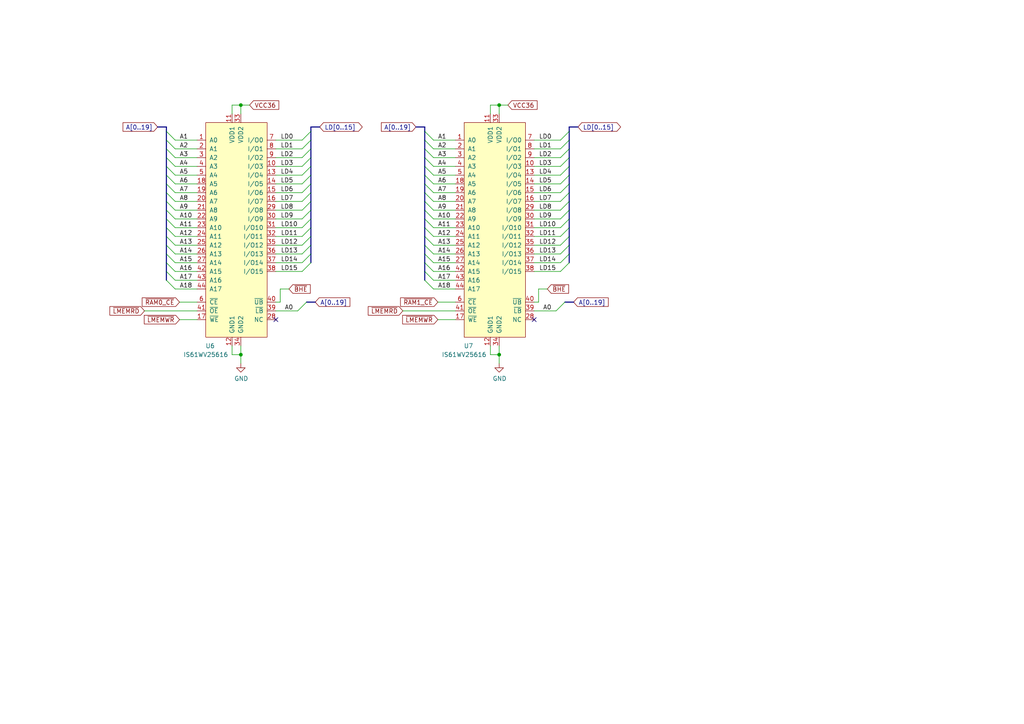
<source format=kicad_sch>
(kicad_sch (version 20230121) (generator eeschema)
  (paper "A4")
  (title_block (title "Mini8086 main system board") (rev "2.1"))
  (lib_symbols
    (symbol "main-rescue:IS61WV25616-Mini8086" (pin_names (offset 1.016))
      (property "Reference" "U" (at 0 33.02 0))
      (property "Value" "Mini8086_IS61WV25616" (at 0 35.56 0))
      (symbol "IS61WV25616-Mini8086_0_1"
        (rectangle (start -8.89 27.94) (end 8.89 -34.29) (fill (type background)))
      )
      (symbol "IS61WV25616-Mini8086_1_1"
        (pin input line (at -11.43 22.86 0) (length 2.54) (name "A0") (number "1"))
        (pin bidirectional line (at 11.43 15.24 180) (length 2.54) (name "I/O3") (number "10"))
        (pin power_in line (at -1.27 30.48 270) (length 2.54) (name "VDD1") (number "11"))
        (pin power_in line (at -1.27 -36.83 90) (length 2.54) (name "GND1") (number "12"))
        (pin bidirectional line (at 11.43 12.7 180) (length 2.54) (name "I/O4") (number "13"))
        (pin bidirectional line (at 11.43 10.16 180) (length 2.54) (name "I/O5") (number "14"))
        (pin bidirectional line (at 11.43 7.62 180) (length 2.54) (name "I/O6") (number "15"))
        (pin bidirectional line (at 11.43 5.08 180) (length 2.54) (name "I/O7") (number "16"))
        (pin input line (at -11.43 -29.21 0) (length 2.54) (name "~{WE}") (number "17"))
        (pin input line (at -11.43 10.16 0) (length 2.54) (name "A5") (number "18"))
        (pin input line (at -11.43 7.62 0) (length 2.54) (name "A6") (number "19"))
        (pin input line (at -11.43 20.32 0) (length 2.54) (name "A1") (number "2"))
        (pin input line (at -11.43 5.08 0) (length 2.54) (name "A7") (number "20"))
        (pin input line (at -11.43 2.54 0) (length 2.54) (name "A8") (number "21"))
        (pin input line (at -11.43 0 0) (length 2.54) (name "A9") (number "22"))
        (pin input line (at -11.43 -2.54 0) (length 2.54) (name "A10") (number "23"))
        (pin input line (at -11.43 -5.08 0) (length 2.54) (name "A11") (number "24"))
        (pin input line (at -11.43 -7.62 0) (length 2.54) (name "A12") (number "25"))
        (pin input line (at -11.43 -10.16 0) (length 2.54) (name "A13") (number "26"))
        (pin input line (at -11.43 -12.7 0) (length 2.54) (name "A14") (number "27"))
        (pin no_connect line (at 11.43 -29.21 180) (length 2.54) (name "NC") (number "28"))
        (pin bidirectional line (at 11.43 2.54 180) (length 2.54) (name "I/O8") (number "29"))
        (pin input line (at -11.43 17.78 0) (length 2.54) (name "A2") (number "3"))
        (pin bidirectional line (at 11.43 0 180) (length 2.54) (name "I/O9") (number "30"))
        (pin bidirectional line (at 11.43 -2.54 180) (length 2.54) (name "I/O10") (number "31"))
        (pin bidirectional line (at 11.43 -5.08 180) (length 2.54) (name "I/O11") (number "32"))
        (pin power_in line (at 1.27 30.48 270) (length 2.54) (name "VDD2") (number "33"))
        (pin power_in line (at 1.27 -36.83 90) (length 2.54) (name "GND2") (number "34"))
        (pin bidirectional line (at 11.43 -7.62 180) (length 2.54) (name "I/O12") (number "35"))
        (pin bidirectional line (at 11.43 -10.16 180) (length 2.54) (name "I/O13") (number "36"))
        (pin bidirectional line (at 11.43 -12.7 180) (length 2.54) (name "I/O14") (number "37"))
        (pin bidirectional line (at 11.43 -15.24 180) (length 2.54) (name "I/O15") (number "38"))
        (pin input line (at 11.43 -26.67 180) (length 2.54) (name "~{LB}") (number "39"))
        (pin input line (at -11.43 15.24 0) (length 2.54) (name "A3") (number "4"))
        (pin input line (at 11.43 -24.13 180) (length 2.54) (name "~{UB}") (number "40"))
        (pin input line (at -11.43 -26.67 0) (length 2.54) (name "~{OE}") (number "41"))
        (pin input line (at -11.43 -15.24 0) (length 2.54) (name "A15") (number "42"))
        (pin input line (at -11.43 -17.78 0) (length 2.54) (name "A16") (number "43"))
        (pin input line (at -11.43 -20.32 0) (length 2.54) (name "A17") (number "44"))
        (pin input line (at -11.43 12.7 0) (length 2.54) (name "A4") (number "5"))
        (pin input line (at -11.43 -24.13 0) (length 2.54) (name "~{CE}") (number "6"))
        (pin bidirectional line (at 11.43 22.86 180) (length 2.54) (name "I/O0") (number "7"))
        (pin bidirectional line (at 11.43 20.32 180) (length 2.54) (name "I/O1") (number "8"))
        (pin bidirectional line (at 11.43 17.78 180) (length 2.54) (name "I/O2") (number "9"))
      )
    )
    (symbol "power:GND" (power) (pin_names (offset 0))
      (property "Value" "GND" (at 0 -3.81 0))
      (symbol "GND_0_1"
        (polyline (pts (xy 0 0) (xy 0 -1.27) (xy 1.27 -1.27) (xy 0 -2.54) (xy -1.27 -1.27) (xy 0 -1.27)))
      )
      (symbol "GND_1_1"
        (pin power_in line (at 0 0 270) (length 0) hide (name "GND") (number "1"))
      )
    )
  )
  (junction (at 144.78 30.48))
  (junction (at 69.85 102.87))
  (junction (at 144.78 102.87))
  (junction (at 69.85 30.48))
  (no_connect (at 154.94 92.71))
  (no_connect (at 80.01 92.71))
  (bus_entry (at 87.63 78.74) (size 2.54 -2.54))
  (bus_entry (at 125.73 48.26) (size -2.54 -2.54))
  (bus_entry (at 87.63 66.04) (size 2.54 -2.54))
  (bus_entry (at 87.63 73.66) (size 2.54 -2.54))
  (bus_entry (at 87.63 43.18) (size 2.54 -2.54))
  (bus_entry (at 50.8 53.34) (size -2.54 -2.54))
  (bus_entry (at 162.56 45.72) (size 2.54 -2.54))
  (bus_entry (at 50.8 76.2) (size -2.54 -2.54))
  (bus_entry (at 50.8 83.82) (size -2.54 -2.54))
  (bus_entry (at 162.56 40.64) (size 2.54 -2.54))
  (bus_entry (at 50.8 63.5) (size -2.54 -2.54))
  (bus_entry (at 162.56 66.04) (size 2.54 -2.54))
  (bus_entry (at 125.73 53.34) (size -2.54 -2.54))
  (bus_entry (at 125.73 43.18) (size -2.54 -2.54))
  (bus_entry (at 162.56 50.8) (size 2.54 -2.54))
  (bus_entry (at 125.73 81.28) (size -2.54 -2.54))
  (bus_entry (at 50.8 48.26) (size -2.54 -2.54))
  (bus_entry (at 125.73 63.5) (size -2.54 -2.54))
  (bus_entry (at 86.36 90.17) (size 2.54 -2.54))
  (bus_entry (at 87.63 55.88) (size 2.54 -2.54))
  (bus_entry (at 125.73 83.82) (size -2.54 -2.54))
  (bus_entry (at 50.8 50.8) (size -2.54 -2.54))
  (bus_entry (at 50.8 43.18) (size -2.54 -2.54))
  (bus_entry (at 161.29 90.17) (size 2.54 -2.54))
  (bus_entry (at 50.8 71.12) (size -2.54 -2.54))
  (bus_entry (at 87.63 40.64) (size 2.54 -2.54))
  (bus_entry (at 87.63 71.12) (size 2.54 -2.54))
  (bus_entry (at 125.73 58.42) (size -2.54 -2.54))
  (bus_entry (at 50.8 73.66) (size -2.54 -2.54))
  (bus_entry (at 125.73 40.64) (size -2.54 -2.54))
  (bus_entry (at 87.63 53.34) (size 2.54 -2.54))
  (bus_entry (at 125.73 68.58) (size -2.54 -2.54))
  (bus_entry (at 162.56 60.96) (size 2.54 -2.54))
  (bus_entry (at 50.8 81.28) (size -2.54 -2.54))
  (bus_entry (at 87.63 48.26) (size 2.54 -2.54))
  (bus_entry (at 125.73 55.88) (size -2.54 -2.54))
  (bus_entry (at 125.73 76.2) (size -2.54 -2.54))
  (bus_entry (at 125.73 66.04) (size -2.54 -2.54))
  (bus_entry (at 50.8 60.96) (size -2.54 -2.54))
  (bus_entry (at 125.73 45.72) (size -2.54 -2.54))
  (bus_entry (at 87.63 68.58) (size 2.54 -2.54))
  (bus_entry (at 125.73 78.74) (size -2.54 -2.54))
  (bus_entry (at 87.63 45.72) (size 2.54 -2.54))
  (bus_entry (at 87.63 60.96) (size 2.54 -2.54))
  (bus_entry (at 87.63 63.5) (size 2.54 -2.54))
  (bus_entry (at 162.56 63.5) (size 2.54 -2.54))
  (bus_entry (at 50.8 45.72) (size -2.54 -2.54))
  (bus_entry (at 162.56 55.88) (size 2.54 -2.54))
  (bus_entry (at 50.8 68.58) (size -2.54 -2.54))
  (bus_entry (at 162.56 78.74) (size 2.54 -2.54))
  (bus_entry (at 50.8 58.42) (size -2.54 -2.54))
  (bus_entry (at 50.8 55.88) (size -2.54 -2.54))
  (bus_entry (at 50.8 78.74) (size -2.54 -2.54))
  (bus_entry (at 125.73 71.12) (size -2.54 -2.54))
  (bus_entry (at 125.73 73.66) (size -2.54 -2.54))
  (bus_entry (at 125.73 50.8) (size -2.54 -2.54))
  (bus_entry (at 87.63 76.2) (size 2.54 -2.54))
  (bus_entry (at 162.56 76.2) (size 2.54 -2.54))
  (bus_entry (at 87.63 58.42) (size 2.54 -2.54))
  (bus_entry (at 50.8 66.04) (size -2.54 -2.54))
  (bus_entry (at 162.56 71.12) (size 2.54 -2.54))
  (bus_entry (at 162.56 73.66) (size 2.54 -2.54))
  (bus_entry (at 162.56 53.34) (size 2.54 -2.54))
  (bus_entry (at 162.56 48.26) (size 2.54 -2.54))
  (bus_entry (at 125.73 60.96) (size -2.54 -2.54))
  (bus_entry (at 50.8 40.64) (size -2.54 -2.54))
  (bus_entry (at 162.56 43.18) (size 2.54 -2.54))
  (bus_entry (at 87.63 50.8) (size 2.54 -2.54))
  (bus_entry (at 162.56 68.58) (size 2.54 -2.54))
  (bus_entry (at 162.56 58.42) (size 2.54 -2.54))
  (bus (pts (xy 48.26 55.88) (xy 48.26 58.42)))
  (wire (pts (xy 125.73 48.26) (xy 132.08 48.26)))
  (wire (pts (xy 162.56 76.2) (xy 154.94 76.2)))
  (bus (pts (xy 48.26 36.83) (xy 48.26 38.1)))
  (bus (pts (xy 48.26 76.2) (xy 48.26 78.74)))
  (bus (pts (xy 165.1 66.04) (xy 165.1 68.58)))
  (wire (pts (xy 50.8 43.18) (xy 57.15 43.18)))
  (wire (pts (xy 81.28 83.82) (xy 83.82 83.82)))
  (bus (pts (xy 90.17 60.96) (xy 90.17 63.5)))
  (wire (pts (xy 125.73 78.74) (xy 132.08 78.74)))
  (wire (pts (xy 144.78 102.87) (xy 144.78 105.41)))
  (bus (pts (xy 48.26 71.12) (xy 48.26 73.66)))
  (bus (pts (xy 48.26 73.66) (xy 48.26 76.2)))
  (wire (pts (xy 67.31 100.33) (xy 67.31 102.87)))
  (wire (pts (xy 50.8 48.26) (xy 57.15 48.26)))
  (wire (pts (xy 142.24 100.33) (xy 142.24 102.87)))
  (bus (pts (xy 90.17 68.58) (xy 90.17 71.12)))
  (wire (pts (xy 87.63 53.34) (xy 80.01 53.34)))
  (bus (pts (xy 165.1 53.34) (xy 165.1 55.88)))
  (bus (pts (xy 48.26 58.42) (xy 48.26 60.96)))
  (bus (pts (xy 90.17 36.83) (xy 92.71 36.83)))
  (bus (pts (xy 163.83 87.63) (xy 166.37 87.63)))
  (wire (pts (xy 87.63 43.18) (xy 80.01 43.18)))
  (bus (pts (xy 48.26 78.74) (xy 48.26 81.28)))
  (wire (pts (xy 87.63 66.04) (xy 80.01 66.04)))
  (wire (pts (xy 69.85 30.48) (xy 69.85 33.02)))
  (wire (pts (xy 57.15 92.71) (xy 52.07 92.71)))
  (wire (pts (xy 57.15 90.17) (xy 41.91 90.17)))
  (wire (pts (xy 80.01 87.63) (xy 81.28 87.63)))
  (wire (pts (xy 162.56 55.88) (xy 154.94 55.88)))
  (wire (pts (xy 50.8 71.12) (xy 57.15 71.12)))
  (wire (pts (xy 162.56 60.96) (xy 154.94 60.96)))
  (wire (pts (xy 162.56 71.12) (xy 154.94 71.12)))
  (wire (pts (xy 125.73 71.12) (xy 132.08 71.12)))
  (bus (pts (xy 165.1 68.58) (xy 165.1 71.12)))
  (wire (pts (xy 50.8 45.72) (xy 57.15 45.72)))
  (wire (pts (xy 50.8 78.74) (xy 57.15 78.74)))
  (bus (pts (xy 123.19 60.96) (xy 123.19 63.5)))
  (wire (pts (xy 50.8 40.64) (xy 57.15 40.64)))
  (bus (pts (xy 165.1 71.12) (xy 165.1 73.66)))
  (wire (pts (xy 125.73 73.66) (xy 132.08 73.66)))
  (bus (pts (xy 165.1 38.1) (xy 165.1 40.64)))
  (bus (pts (xy 48.26 36.83) (xy 45.72 36.83)))
  (bus (pts (xy 123.19 53.34) (xy 123.19 55.88)))
  (wire (pts (xy 154.94 87.63) (xy 156.21 87.63)))
  (bus (pts (xy 123.19 66.04) (xy 123.19 68.58)))
  (wire (pts (xy 125.73 83.82) (xy 132.08 83.82)))
  (wire (pts (xy 81.28 87.63) (xy 81.28 83.82)))
  (bus (pts (xy 123.19 38.1) (xy 123.19 40.64)))
  (wire (pts (xy 87.63 63.5) (xy 80.01 63.5)))
  (wire (pts (xy 87.63 40.64) (xy 80.01 40.64)))
  (wire (pts (xy 50.8 76.2) (xy 57.15 76.2)))
  (wire (pts (xy 87.63 76.2) (xy 80.01 76.2)))
  (wire (pts (xy 162.56 78.74) (xy 154.94 78.74)))
  (wire (pts (xy 144.78 30.48) (xy 147.32 30.48)))
  (bus (pts (xy 165.1 48.26) (xy 165.1 50.8)))
  (wire (pts (xy 50.8 50.8) (xy 57.15 50.8)))
  (bus (pts (xy 123.19 36.83) (xy 120.65 36.83)))
  (bus (pts (xy 48.26 60.96) (xy 48.26 63.5)))
  (wire (pts (xy 125.73 66.04) (xy 132.08 66.04)))
  (bus (pts (xy 123.19 36.83) (xy 123.19 38.1)))
  (bus (pts (xy 123.19 50.8) (xy 123.19 53.34)))
  (wire (pts (xy 162.56 48.26) (xy 154.94 48.26)))
  (wire (pts (xy 156.21 87.63) (xy 156.21 83.82)))
  (bus (pts (xy 48.26 53.34) (xy 48.26 55.88)))
  (wire (pts (xy 132.08 90.17) (xy 116.84 90.17)))
  (wire (pts (xy 162.56 53.34) (xy 154.94 53.34)))
  (bus (pts (xy 90.17 45.72) (xy 90.17 48.26)))
  (wire (pts (xy 50.8 53.34) (xy 57.15 53.34)))
  (wire (pts (xy 162.56 63.5) (xy 154.94 63.5)))
  (wire (pts (xy 50.8 66.04) (xy 57.15 66.04)))
  (wire (pts (xy 50.8 73.66) (xy 57.15 73.66)))
  (wire (pts (xy 162.56 68.58) (xy 154.94 68.58)))
  (wire (pts (xy 142.24 33.02) (xy 142.24 30.48)))
  (wire (pts (xy 50.8 68.58) (xy 57.15 68.58)))
  (wire (pts (xy 142.24 102.87) (xy 144.78 102.87)))
  (wire (pts (xy 125.73 55.88) (xy 132.08 55.88)))
  (wire (pts (xy 50.8 60.96) (xy 57.15 60.96)))
  (bus (pts (xy 90.17 58.42) (xy 90.17 60.96)))
  (bus (pts (xy 165.1 40.64) (xy 165.1 43.18)))
  (bus (pts (xy 123.19 48.26) (xy 123.19 50.8)))
  (wire (pts (xy 125.73 53.34) (xy 132.08 53.34)))
  (bus (pts (xy 48.26 40.64) (xy 48.26 43.18)))
  (bus (pts (xy 90.17 55.88) (xy 90.17 58.42)))
  (wire (pts (xy 125.73 68.58) (xy 132.08 68.58)))
  (wire (pts (xy 50.8 81.28) (xy 57.15 81.28)))
  (wire (pts (xy 87.63 73.66) (xy 80.01 73.66)))
  (bus (pts (xy 165.1 58.42) (xy 165.1 60.96)))
  (wire (pts (xy 162.56 45.72) (xy 154.94 45.72)))
  (wire (pts (xy 162.56 58.42) (xy 154.94 58.42)))
  (bus (pts (xy 48.26 38.1) (xy 48.26 40.64)))
  (bus (pts (xy 48.26 68.58) (xy 48.26 71.12)))
  (bus (pts (xy 123.19 40.64) (xy 123.19 43.18)))
  (wire (pts (xy 67.31 33.02) (xy 67.31 30.48)))
  (bus (pts (xy 165.1 55.88) (xy 165.1 58.42)))
  (bus (pts (xy 165.1 45.72) (xy 165.1 48.26)))
  (bus (pts (xy 90.17 66.04) (xy 90.17 68.58)))
  (wire (pts (xy 162.56 73.66) (xy 154.94 73.66)))
  (bus (pts (xy 123.19 71.12) (xy 123.19 73.66)))
  (bus (pts (xy 165.1 36.83) (xy 167.64 36.83)))
  (bus (pts (xy 90.17 38.1) (xy 90.17 40.64)))
  (wire (pts (xy 50.8 55.88) (xy 57.15 55.88)))
  (wire (pts (xy 87.63 55.88) (xy 80.01 55.88)))
  (bus (pts (xy 123.19 78.74) (xy 123.19 81.28)))
  (wire (pts (xy 132.08 92.71) (xy 127 92.71)))
  (wire (pts (xy 87.63 68.58) (xy 80.01 68.58)))
  (bus (pts (xy 90.17 36.83) (xy 90.17 38.1)))
  (bus (pts (xy 48.26 66.04) (xy 48.26 68.58)))
  (wire (pts (xy 87.63 45.72) (xy 80.01 45.72)))
  (wire (pts (xy 154.94 90.17) (xy 161.29 90.17)))
  (wire (pts (xy 142.24 30.48) (xy 144.78 30.48)))
  (bus (pts (xy 90.17 40.64) (xy 90.17 43.18)))
  (wire (pts (xy 69.85 30.48) (xy 72.39 30.48)))
  (bus (pts (xy 90.17 73.66) (xy 90.17 76.2)))
  (bus (pts (xy 165.1 36.83) (xy 165.1 38.1)))
  (wire (pts (xy 67.31 102.87) (xy 69.85 102.87)))
  (wire (pts (xy 69.85 102.87) (xy 69.85 105.41)))
  (bus (pts (xy 90.17 53.34) (xy 90.17 55.88)))
  (bus (pts (xy 48.26 43.18) (xy 48.26 45.72)))
  (bus (pts (xy 48.26 45.72) (xy 48.26 48.26)))
  (bus (pts (xy 90.17 48.26) (xy 90.17 50.8)))
  (wire (pts (xy 162.56 43.18) (xy 154.94 43.18)))
  (wire (pts (xy 125.73 60.96) (xy 132.08 60.96)))
  (bus (pts (xy 48.26 50.8) (xy 48.26 53.34)))
  (wire (pts (xy 156.21 83.82) (xy 158.75 83.82)))
  (bus (pts (xy 165.1 73.66) (xy 165.1 76.2)))
  (wire (pts (xy 125.73 63.5) (xy 132.08 63.5)))
  (bus (pts (xy 123.19 43.18) (xy 123.19 45.72)))
  (wire (pts (xy 125.73 58.42) (xy 132.08 58.42)))
  (bus (pts (xy 123.19 68.58) (xy 123.19 71.12)))
  (bus (pts (xy 90.17 71.12) (xy 90.17 73.66)))
  (wire (pts (xy 144.78 30.48) (xy 144.78 33.02)))
  (wire (pts (xy 125.73 40.64) (xy 132.08 40.64)))
  (bus (pts (xy 90.17 63.5) (xy 90.17 66.04)))
  (wire (pts (xy 50.8 63.5) (xy 57.15 63.5)))
  (wire (pts (xy 69.85 102.87) (xy 69.85 100.33)))
  (wire (pts (xy 50.8 83.82) (xy 57.15 83.82)))
  (wire (pts (xy 125.73 76.2) (xy 132.08 76.2)))
  (wire (pts (xy 87.63 48.26) (xy 80.01 48.26)))
  (bus (pts (xy 165.1 43.18) (xy 165.1 45.72)))
  (wire (pts (xy 125.73 81.28) (xy 132.08 81.28)))
  (wire (pts (xy 162.56 66.04) (xy 154.94 66.04)))
  (wire (pts (xy 125.73 43.18) (xy 132.08 43.18)))
  (wire (pts (xy 87.63 50.8) (xy 80.01 50.8)))
  (bus (pts (xy 123.19 58.42) (xy 123.19 60.96)))
  (wire (pts (xy 144.78 102.87) (xy 144.78 100.33)))
  (bus (pts (xy 90.17 43.18) (xy 90.17 45.72)))
  (wire (pts (xy 87.63 71.12) (xy 80.01 71.12)))
  (wire (pts (xy 125.73 45.72) (xy 132.08 45.72)))
  (wire (pts (xy 87.63 78.74) (xy 80.01 78.74)))
  (bus (pts (xy 90.17 50.8) (xy 90.17 53.34)))
  (wire (pts (xy 132.08 87.63) (xy 127 87.63)))
  (wire (pts (xy 80.01 90.17) (xy 86.36 90.17)))
  (bus (pts (xy 88.9 87.63) (xy 91.44 87.63)))
  (wire (pts (xy 125.73 50.8) (xy 132.08 50.8)))
  (wire (pts (xy 87.63 58.42) (xy 80.01 58.42)))
  (wire (pts (xy 162.56 40.64) (xy 154.94 40.64)))
  (bus (pts (xy 48.26 63.5) (xy 48.26 66.04)))
  (bus (pts (xy 123.19 73.66) (xy 123.19 76.2)))
  (wire (pts (xy 162.56 50.8) (xy 154.94 50.8)))
  (bus (pts (xy 123.19 45.72) (xy 123.19 48.26)))
  (bus (pts (xy 165.1 60.96) (xy 165.1 63.5)))
  (wire (pts (xy 87.63 60.96) (xy 80.01 60.96)))
  (wire (pts (xy 57.15 87.63) (xy 52.07 87.63)))
  (bus (pts (xy 123.19 55.88) (xy 123.19 58.42)))
  (bus (pts (xy 123.19 63.5) (xy 123.19 66.04)))
  (bus (pts (xy 48.26 48.26) (xy 48.26 50.8)))
  (wire (pts (xy 50.8 58.42) (xy 57.15 58.42)))
  (bus (pts (xy 165.1 50.8) (xy 165.1 53.34)))
  (bus (pts (xy 123.19 76.2) (xy 123.19 78.74)))
  (wire (pts (xy 67.31 30.48) (xy 69.85 30.48)))
  (bus (pts (xy 165.1 63.5) (xy 165.1 66.04)))
  (label "LD9" (at 160.02 63.5 180))
  (label "A3" (at 127 45.72 0))
  (label "LD5" (at 85.09 53.34 180))
  (label "A18" (at 52.07 83.82 0))
  (label "A17" (at 52.07 81.28 0))
  (label "LD13" (at 161.29 73.66 180))
  (label "LD3" (at 85.09 48.26 180))
  (label "A1" (at 127 40.64 0))
  (label "A2" (at 127 43.18 0))
  (label "LD8" (at 85.09 60.96 180))
  (label "A11" (at 52.07 66.04 0))
  (label "LD7" (at 85.09 58.42 180))
  (label "LD10" (at 86.36 66.04 180))
  (label "A1" (at 52.07 40.64 0))
  (label "A15" (at 52.07 76.2 0))
  (label "LD5" (at 160.02 53.34 180))
  (label "A2" (at 52.07 43.18 0))
  (label "LD15" (at 86.36 78.74 180))
  (label "LD11" (at 86.36 68.58 180))
  (label "LD14" (at 86.36 76.2 180))
  (label "LD4" (at 160.02 50.8 180))
  (label "LD11" (at 161.29 68.58 180))
  (label "LD1" (at 160.02 43.18 180))
  (label "LD6" (at 160.02 55.88 180))
  (label "A4" (at 52.07 48.26 0))
  (label "A5" (at 52.07 50.8 0))
  (label "A0" (at 82.55 90.17 0))
  (label "A13" (at 52.07 71.12 0))
  (label "A7" (at 52.07 55.88 0))
  (label "A13" (at 127 71.12 0))
  (label "LD9" (at 85.09 63.5 180))
  (label "A11" (at 127 66.04 0))
  (label "A6" (at 52.07 53.34 0))
  (label "LD2" (at 160.02 45.72 180))
  (label "A4" (at 127 48.26 0))
  (label "LD15" (at 161.29 78.74 180))
  (label "LD0" (at 160.02 40.64 180))
  (label "A0" (at 157.48 90.17 0))
  (label "A12" (at 52.07 68.58 0))
  (label "LD1" (at 85.09 43.18 180))
  (label "LD0" (at 85.09 40.64 180))
  (label "LD8" (at 160.02 60.96 180))
  (label "A12" (at 127 68.58 0))
  (label "A10" (at 127 63.5 0))
  (label "A3" (at 52.07 45.72 0))
  (label "LD4" (at 85.09 50.8 180))
  (label "A6" (at 127 53.34 0))
  (label "A9" (at 127 60.96 0))
  (label "A15" (at 127 76.2 0))
  (label "A7" (at 127 55.88 0))
  (label "LD7" (at 160.02 58.42 180))
  (label "A18" (at 127 83.82 0))
  (label "A10" (at 52.07 63.5 0))
  (label "LD12" (at 86.36 71.12 180))
  (label "A9" (at 52.07 60.96 0))
  (label "A14" (at 127 73.66 0))
  (label "A8" (at 127 58.42 0))
  (label "LD12" (at 161.29 71.12 180))
  (label "A17" (at 127 81.28 0))
  (label "A16" (at 52.07 78.74 0))
  (label "A14" (at 52.07 73.66 0))
  (label "LD2" (at 85.09 45.72 180))
  (label "A16" (at 127 78.74 0))
  (label "LD14" (at 161.29 76.2 180))
  (label "LD13" (at 86.36 73.66 180))
  (label "LD6" (at 85.09 55.88 180))
  (label "A8" (at 52.07 58.42 0))
  (label "LD10" (at 161.29 66.04 180))
  (label "LD3" (at 160.02 48.26 180))
  (label "A5" (at 127 50.8 0))
  (global_label "~{BHE}" (shape input) (at 83.82 83.82 0) (property "Intersheetrefs" "${INTERSHEET_REFS}" (effects hide)))
  (global_label "~{RAM0_CE}" (shape input) (at 52.07 87.63 180) (property "Intersheetrefs" "${INTERSHEET_REFS}" (effects hide)))
  (global_label "A[0..19]" (shape input) (at 45.72 36.83 180) (property "Intersheetrefs" "${INTERSHEET_REFS}" (effects hide)))
  (global_label "~{LMEMRD}" (shape input) (at 116.84 90.17 180) (property "Intersheetrefs" "${INTERSHEET_REFS}" (effects hide)))
  (global_label "~{LMEMWR}" (shape input) (at 127 92.71 180) (property "Intersheetrefs" "${INTERSHEET_REFS}" (effects hide)))
  (global_label "VCC36" (shape input) (at 72.39 30.48 0) (property "Intersheetrefs" "${INTERSHEET_REFS}" (effects hide)))
  (global_label "~{BHE}" (shape input) (at 158.75 83.82 0) (property "Intersheetrefs" "${INTERSHEET_REFS}" (effects hide)))
  (global_label "A[0..19]" (shape input) (at 166.37 87.63 0) (property "Intersheetrefs" "${INTERSHEET_REFS}" (effects hide)))
  (global_label "A[0..19]" (shape input) (at 120.65 36.83 180) (property "Intersheetrefs" "${INTERSHEET_REFS}" (effects hide)))
  (global_label "~{LMEMWR}" (shape input) (at 52.07 92.71 180) (property "Intersheetrefs" "${INTERSHEET_REFS}" (effects hide)))
  (global_label "~{RAM1_CE}" (shape input) (at 127 87.63 180) (property "Intersheetrefs" "${INTERSHEET_REFS}" (effects hide)))
  (global_label "~{LMEMRD}" (shape input) (at 41.91 90.17 180) (property "Intersheetrefs" "${INTERSHEET_REFS}" (effects hide)))
  (global_label "A[0..19]" (shape input) (at 91.44 87.63 0) (property "Intersheetrefs" "${INTERSHEET_REFS}" (effects hide)))
  (global_label "LD[0..15]" (shape bidirectional) (at 167.64 36.83 0) (property "Intersheetrefs" "${INTERSHEET_REFS}" (effects hide)))
  (global_label "VCC36" (shape input) (at 147.32 30.48 0) (property "Intersheetrefs" "${INTERSHEET_REFS}" (effects hide)))
  (global_label "LD[0..15]" (shape bidirectional) (at 92.71 36.83 0) (property "Intersheetrefs" "${INTERSHEET_REFS}" (effects hide)))
  (symbol (lib_id "main-rescue:IS61WV25616-Mini8086") (at 68.58 63.5 0) (unit 1)
    (property "Reference" "U6" (at 60.96 100.33 0))
    (property "Value" "IS61WV25616" (at 59.69 102.87 0))
    (property "Footprint" "Package_SO:TSOP-II-44_10.16x18.41mm_P0.8mm" (effects hide))
  )
  (symbol (lib_id "power:GND") (at 69.85 105.41 0) (unit 1)
    (property "Reference" "#PWR0117" (effects hide))
    (property "Value" "GND" (at 69.977 109.8042 0))
  )
  (symbol (lib_id "main-rescue:IS61WV25616-Mini8086") (at 143.51 63.5 0) (unit 1)
    (property "Reference" "U7" (at 135.89 100.33 0))
    (property "Value" "IS61WV25616" (at 134.62 102.87 0))
    (property "Footprint" "Package_SO:TSOP-II-44_10.16x18.41mm_P0.8mm" (effects hide))
  )
  (symbol (lib_id "power:GND") (at 144.78 105.41 0) (unit 1)
    (property "Reference" "#PWR0118" (effects hide))
    (property "Value" "GND" (at 144.907 109.8042 0))
  )
)
</source>
